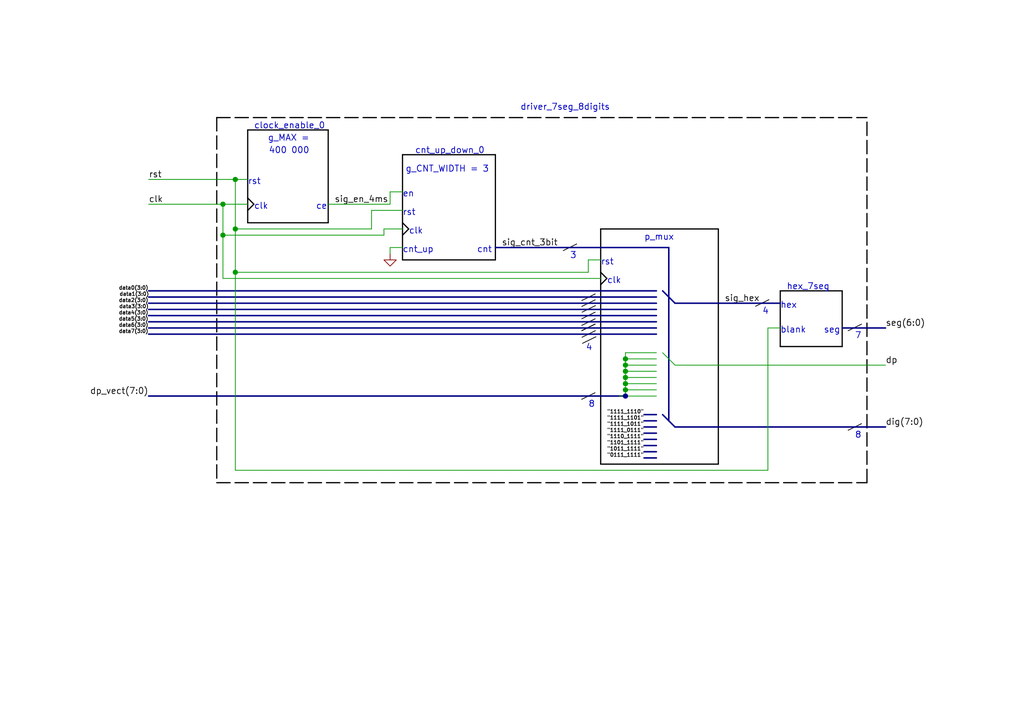
<source format=kicad_sch>
(kicad_sch (version 20211123) (generator eeschema)
  (paper "A5")
  (lib_symbols
    (symbol "power:GND" (power) (pin_names (offset 0))
      (property "Value" "GND" (at 0 -3.81 0))
      (symbol "GND_0_1"
        (polyline (pts (xy 0 0) (xy 0 -1.27) (xy 1.27 -1.27) (xy 0 -2.54) (xy -1.27 -1.27) (xy 0 -1.27)))
      )
      (symbol "GND_1_1"
        (pin power_in line (at 0 0 270) (length 0) hide (name "GND") (number "1"))
      )
    )
  )
  (junction (at 128.27 77.47))
  (junction (at 45.72 41.91))
  (junction (at 128.27 73.66))
  (junction (at 48.26 46.99))
  (junction (at 128.27 78.74))
  (junction (at 45.72 48.26))
  (junction (at 128.27 81.28))
  (junction (at 128.27 76.2))
  (junction (at 48.26 36.83))
  (junction (at 48.26 55.88))
  (junction (at 128.27 80.01))
  (junction (at 128.27 74.93))
  (polyline (pts (xy 50.8 40.64) (xy 52.07 41.91)) (stroke (width 0.25) (type solid) (color 0 0 0 1)))
  (wire (pts (xy 135.89 72.39) (xy 138.43 74.93)))
  (polyline (pts (xy 160.02 71.12) (xy 172.72 71.12)) (stroke (width 0.25) (type solid) (color 0 0 0 1)))
  (polyline (pts (xy 160.02 59.69) (xy 160.02 71.12)) (stroke (width 0.25) (type solid) (color 0 0 0 1)))
  (wire (pts (xy 120.65 53.34) (xy 123.19 53.34)))
  (wire (pts (xy 128.27 72.39) (xy 128.27 73.66)))
  (polyline (pts (xy 147.32 95.25) (xy 147.32 46.99)) (stroke (width 0.25) (type solid) (color 0 0 0 1)))
  (wire (pts (xy 80.01 50.8) (xy 80.01 52.07)))
  (wire (pts (xy 128.27 73.66) (xy 128.27 74.93)))
  (polyline (pts (xy 50.8 45.72) (xy 67.31 45.72)) (stroke (width 0.25) (type solid) (color 0 0 0 1)))
  (polyline (pts (xy 50.8 43.18) (xy 52.07 41.91)) (stroke (width 0.25) (type solid) (color 0 0 0 1)))
  (polyline (pts (xy 123.19 95.25) (xy 147.32 95.25)) (stroke (width 0.25) (type solid) (color 0 0 0 1)))
  (wire (pts (xy 48.26 96.52) (xy 157.48 96.52)))
  (polyline (pts (xy 101.6 53.34) (xy 101.6 31.75)) (stroke (width 0.25) (type solid) (color 0 0 0 1)))
  (polyline (pts (xy 123.19 46.99) (xy 123.19 95.25)) (stroke (width 0.25) (type solid) (color 0 0 0 1)))
  (bus (pts (xy 30.48 81.28) (xy 128.27 81.28)))
  (wire (pts (xy 134.62 72.39) (xy 128.27 72.39)))
  (wire (pts (xy 48.26 46.99) (xy 48.26 55.88)))
  (wire (pts (xy 128.27 78.74) (xy 134.62 78.74)))
  (polyline (pts (xy 50.8 26.67) (xy 50.8 45.72)) (stroke (width 0.25) (type solid) (color 0 0 0 1)))
  (polyline (pts (xy 119.38 64.0625) (xy 122.1343 62.7065)) (stroke (width 0) (type solid) (color 0 0 0 1)))
  (bus (pts (xy 138.43 87.63) (xy 181.61 87.63)))
  (polyline (pts (xy 154.9457 62.8564) (xy 157.7 61.5004)) (stroke (width 0) (type solid) (color 0 0 0 1)))
  (wire (pts (xy 45.72 48.26) (xy 78.74 48.26)))
  (wire (pts (xy 128.27 76.2) (xy 134.62 76.2)))
  (wire (pts (xy 128.27 80.01) (xy 128.27 81.28)))
  (wire (pts (xy 45.72 41.91) (xy 50.8 41.91)))
  (wire (pts (xy 128.27 77.47) (xy 134.62 77.47)))
  (wire (pts (xy 128.27 81.28) (xy 134.62 81.28)))
  (wire (pts (xy 128.27 76.2) (xy 128.27 77.47)))
  (polyline (pts (xy 123.19 58.42) (xy 124.46 57.15)) (stroke (width 0.25) (type solid) (color 0 0 0 1)))
  (bus (pts (xy 30.48 68.58) (xy 134.62 68.58)))
  (bus (pts (xy 30.48 64.77) (xy 134.62 64.77)))
  (polyline (pts (xy 119.3118 61.6767) (xy 122.0661 60.3207)) (stroke (width 0) (type solid) (color 0 0 0 1)))
  (bus (pts (xy 132.08 87.63) (xy 134.62 87.63)))
  (polyline (pts (xy 119.3152 62.8854) (xy 122.0695 61.5294)) (stroke (width 0) (type solid) (color 0 0 0 1)))
  (wire (pts (xy 48.26 46.99) (xy 76.2 46.99)))
  (polyline (pts (xy 119.3576 69.2131) (xy 122.1119 67.8571)) (stroke (width 0) (type solid) (color 0 0 0 1)))
  (polyline (pts (xy 119.3118 66.7745) (xy 122.0661 65.4185)) (stroke (width 0) (type solid) (color 0 0 0 1)))
  (bus (pts (xy 30.48 60.96) (xy 134.62 60.96)))
  (polyline (pts (xy 50.8 26.67) (xy 67.31 26.67)) (stroke (width 0.25) (type solid) (color 0 0 0 1)))
  (bus (pts (xy 172.72 67.31) (xy 181.61 67.31)))
  (wire (pts (xy 30.48 41.91) (xy 45.72 41.91)))
  (polyline (pts (xy 173.9382 88.299) (xy 176.6925 86.943)) (stroke (width 0) (type solid) (color 0 0 0 1)))
  (polyline (pts (xy 173.9382 67.8746) (xy 176.6925 66.5186)) (stroke (width 0) (type solid) (color 0 0 0 1)))
  (bus (pts (xy 138.43 62.23) (xy 160.02 62.23)))
  (polyline (pts (xy 172.72 71.12) (xy 172.72 59.69)) (stroke (width 0.25) (type solid) (color 0 0 0 1)))
  (wire (pts (xy 138.43 74.93) (xy 181.61 74.93)))
  (bus (pts (xy 132.08 91.44) (xy 134.62 91.44)))
  (wire (pts (xy 128.27 74.93) (xy 128.27 76.2)))
  (wire (pts (xy 127 81.28) (xy 128.27 81.28)))
  (wire (pts (xy 48.26 36.83) (xy 48.26 46.99)))
  (polyline (pts (xy 44.45 99.06) (xy 177.8 99.06)) (stroke (width 0.25) (type dash) (color 0 0 0 1)))
  (bus (pts (xy 132.08 86.36) (xy 134.62 86.36)))
  (wire (pts (xy 80.01 39.37) (xy 80.01 41.91)))
  (wire (pts (xy 128.27 78.74) (xy 128.27 80.01)))
  (polyline (pts (xy 67.31 45.72) (xy 67.31 26.67)) (stroke (width 0.25) (type solid) (color 0 0 0 1)))
  (polyline (pts (xy 44.45 24.13) (xy 44.45 99.06)) (stroke (width 0.25) (type dash) (color 0 0 0 1)))
  (polyline (pts (xy 177.8 99.06) (xy 177.8 24.13)) (stroke (width 0.25) (type dash) (color 0 0 0 1)))
  (wire (pts (xy 48.26 36.83) (xy 50.8 36.83)))
  (bus (pts (xy 132.08 92.71) (xy 134.62 92.71)))
  (polyline (pts (xy 44.45 24.13) (xy 177.8 24.13)) (stroke (width 0.25) (type dash) (color 0 0 0 1)))
  (polyline (pts (xy 160.02 59.69) (xy 172.72 59.69)) (stroke (width 0.25) (type solid) (color 0 0 0 1)))
  (wire (pts (xy 157.48 96.52) (xy 157.48 67.31)))
  (wire (pts (xy 128.27 73.66) (xy 134.62 73.66)))
  (wire (pts (xy 45.72 48.26) (xy 45.72 57.15)))
  (polyline (pts (xy 82.55 53.34) (xy 101.6 53.34)) (stroke (width 0.25) (type solid) (color 0 0 0 1)))
  (polyline (pts (xy 123.19 55.88) (xy 124.46 57.15)) (stroke (width 0.25) (type solid) (color 0 0 0 1)))
  (wire (pts (xy 128.27 80.01) (xy 134.62 80.01)))
  (bus (pts (xy 30.48 59.69) (xy 134.62 59.69)))
  (wire (pts (xy 45.72 41.91) (xy 45.72 48.26)))
  (polyline (pts (xy 119.3152 67.8571) (xy 122.0695 66.5011)) (stroke (width 0) (type solid) (color 0 0 0 1)))
  (wire (pts (xy 128.27 77.47) (xy 128.27 78.74)))
  (bus (pts (xy 132.08 90.17) (xy 134.62 90.17)))
  (bus (pts (xy 135.89 85.09) (xy 138.43 87.63)))
  (polyline (pts (xy 82.55 45.72) (xy 83.82 46.99)) (stroke (width 0.25) (type solid) (color 0 0 0 1)))
  (polyline (pts (xy 82.55 31.75) (xy 82.55 53.34)) (stroke (width 0.25) (type solid) (color 0 0 0 1)))
  (wire (pts (xy 157.48 67.31) (xy 160.02 67.31)))
  (bus (pts (xy 101.6 50.8) (xy 137.16 50.8)))
  (bus (pts (xy 135.89 59.69) (xy 138.43 62.23)))
  (wire (pts (xy 78.74 46.99) (xy 78.74 48.26)))
  (wire (pts (xy 48.26 55.88) (xy 120.65 55.88)))
  (bus (pts (xy 30.48 63.5) (xy 134.62 63.5)))
  (wire (pts (xy 82.55 46.99) (xy 78.74 46.99)))
  (polyline (pts (xy 123.19 46.99) (xy 147.32 46.99)) (stroke (width 0.25) (type solid) (color 0 0 0 1)))
  (bus (pts (xy 30.48 62.23) (xy 134.62 62.23)))
  (wire (pts (xy 120.65 55.88) (xy 120.65 53.34)))
  (polyline (pts (xy 115.5146 51.4274) (xy 118.2689 50.0714)) (stroke (width 0) (type solid) (color 0 0 0 1)))
  (wire (pts (xy 82.55 50.8) (xy 80.01 50.8)))
  (wire (pts (xy 128.27 74.93) (xy 134.62 74.93)))
  (wire (pts (xy 48.26 55.88) (xy 48.26 96.52)))
  (bus (pts (xy 132.08 88.9) (xy 134.62 88.9)))
  (bus (pts (xy 137.16 50.8) (xy 137.16 86.36)))
  (wire (pts (xy 82.55 39.37) (xy 80.01 39.37)))
  (wire (pts (xy 67.31 41.91) (xy 80.01 41.91)))
  (bus (pts (xy 132.08 85.09) (xy 134.62 85.09)))
  (polyline (pts (xy 119.3152 65.4185) (xy 122.0695 64.0625)) (stroke (width 0) (type solid) (color 0 0 0 1)))
  (bus (pts (xy 30.48 67.31) (xy 134.62 67.31)))
  (polyline (pts (xy 119.4635 70.4632) (xy 122.2178 69.1072)) (stroke (width 0) (type solid) (color 0 0 0 1)))
  (bus (pts (xy 132.08 93.98) (xy 134.62 93.98)))
  (polyline (pts (xy 82.55 48.26) (xy 83.82 46.99)) (stroke (width 0.25) (type solid) (color 0 0 0 1)))
  (bus (pts (xy 30.48 66.04) (xy 134.62 66.04)))
  (wire (pts (xy 45.72 57.15) (xy 123.19 57.15)))
  (polyline (pts (xy 119.3152 67.8571) (xy 122.0695 66.5011)) (stroke (width 0) (type solid) (color 0 0 0 1)))
  (wire (pts (xy 76.2 46.99) (xy 76.2 43.18)))
  (wire (pts (xy 30.48 36.83) (xy 48.26 36.83)))
  (polyline (pts (xy 119.2846 81.9567) (xy 122.0389 80.6007)) (stroke (width 0) (type solid) (color 0 0 0 1)))
  (wire (pts (xy 76.2 43.18) (xy 82.55 43.18)))
  (polyline (pts (xy 82.55 31.75) (xy 101.6 31.75)) (stroke (width 0.25) (type solid) (color 0 0 0 1)))
  (text "driver_7seg_8digits" (at 106.68 22.86 0) (effects (font (size 1.27 1.27)) (justify left bottom)))
  (text "p_mux" (at 132.08 49.53 0) (effects (font (size 1.27 1.27)) (justify left bottom)))
  (text "rst" (at 123.19 54.61 0) (effects (font (size 1.27 1.27)) (justify left bottom)))
  (text "hex" (at 160.02 63.5 0) (effects (font (size 1.27 1.27)) (justify left bottom)))
  (text "8" (at 120.65 83.82 0) (effects (font (size 1.27 1.27)) (justify left bottom)))
  (text "cnt_up_down_0" (at 85.09 31.75 0) (effects (font (size 1.27 1.27)) (justify left bottom)))
  (text "blank" (at 160.02 68.58 0) (effects (font (size 1.27 1.27)) (justify left bottom)))
  (text "clk" (at 83.82 48.26 0) (effects (font (size 1.27 1.27)) (justify left bottom)))
  (text "rst" (at 50.8 38.1 0) (effects (font (size 1.27 1.27)) (justify left bottom)))
  (text "cnt" (at 97.79 52.07 0) (effects (font (size 1.27 1.27)) (justify left bottom)))
  (text "g_CNT_WIDTH = 3" (at 100.33 35.56 180) (effects (font (size 1.27 1.27)) (justify right bottom)))
  (text "ce\n" (at 64.77 43.18 0) (effects (font (size 1.27 1.27)) (justify left bottom)))
  (text "4" (at 120.1203 72.1793 0) (effects (font (size 1.27 1.27)) (justify left bottom)))
  (text "8" (at 175.3036 90.1623 0) (effects (font (size 1.27 1.27)) (justify left bottom)))
  (text "en" (at 82.55 40.64 0) (effects (font (size 1.27 1.27)) (justify left bottom)))
  (text "cnt_up" (at 82.55 52.07 0) (effects (font (size 1.27 1.27)) (justify left bottom)))
  (text "g_MAX =" (at 63.5 29.21 180) (effects (font (size 1.27 1.27)) (justify right bottom)))
  (text "clk" (at 124.46 58.42 0) (effects (font (size 1.27 1.27)) (justify left bottom)))
  (text "rst" (at 82.55 44.45 0) (effects (font (size 1.27 1.27)) (justify left bottom)))
  (text "hex_7seg" (at 161.29 59.69 0) (effects (font (size 1.27 1.27)) (justify left bottom)))
  (text "7" (at 175.3036 69.7379 0) (effects (font (size 1.27 1.27)) (justify left bottom)))
  (text "clk" (at 52.07 43.18 0) (effects (font (size 1.27 1.27)) (justify left bottom)))
  (text "seg" (at 168.91 68.58 0) (effects (font (size 1.27 1.27)) (justify left bottom)))
  (text "4" (at 156.3111 64.7197 0) (effects (font (size 1.27 1.27)) (justify left bottom)))
  (text "3" (at 116.88 53.2907 0) (effects (font (size 1.27 1.27)) (justify left bottom)))
  (text "clock_enable_0" (at 52.07 26.67 0) (effects (font (size 1.27 1.27)) (justify left bottom)))
  (text "400 000" (at 63.5 31.75 180) (effects (font (size 1.27 1.27)) (justify right bottom)))
  (label "\"1111_1110\"" (at 132.08 85.09 180) (effects (font (size 0.75 0.75))))
  (label "data3(3:0)" (at 30.5521 63.5 180) (effects (font (size 0.75 0.75))))
  (label "sig_en_4ms" (at 68.58 41.91 0))
  (label "rst" (at 30.48 36.83 0))
  (label "sig_hex" (at 148.59 62.23 0))
  (label "dp_vect(7:0)" (at 30.48 81.28 180))
  (label "data7(3:0)" (at 30.48 68.58 180) (effects (font (size 0.75 0.75))))
  (label "data0(3:0)" (at 30.48 59.69 180) (effects (font (size 0.75 0.75))))
  (label "data5(3:0)" (at 30.48 66.04 180) (effects (font (size 0.75 0.75))))
  (label "seg(6:0)" (at 181.61 67.31 0))
  (label "sig_cnt_3bit" (at 102.87 50.8 0))
  (label "data4(3:0)" (at 30.48 64.77 180) (effects (font (size 0.75 0.75))))
  (label "\"1101_1111\"" (at 132.08 91.44 180) (effects (font (size 0.75 0.75))))
  (label "\"0111_1111\"" (at 132.08 93.98 180) (effects (font (size 0.75 0.75))))
  (label "dp" (at 181.61 74.93 0))
  (label "\"1111_0111\"" (at 132.08 88.9 180) (effects (font (size 0.75 0.75))))
  (label "dig(7:0)" (at 181.61 87.63 0))
  (label "\"1111_1101\"" (at 132.08 86.36 180) (effects (font (size 0.75 0.75))))
  (label "data6(3:0)" (at 30.48 67.31 180) (effects (font (size 0.75 0.75))))
  (label "clk" (at 30.48 41.91 0))
  (label "data1(3:0)" (at 30.6157 60.96 180) (effects (font (size 0.75 0.75))))
  (label "\"1110_1111\"" (at 132.08 90.17 180) (effects (font (size 0.75 0.75))))
  (label "data2(3:0)" (at 30.48 62.23 180) (effects (font (size 0.75 0.75))))
  (label "\"1111_1011\"" (at 132.08 87.63 180) (effects (font (size 0.75 0.75))))
  (label "\"1011_1111\"" (at 132.08 92.71 180) (effects (font (size 0.75 0.75))))
  (symbol (lib_id "power:GND") (at 80.01 52.07 0) (unit 1)
    (property "Reference" "#PWR?" (effects hide))
    (property "Value" "GND" (effects hide))
  )
)
</source>
